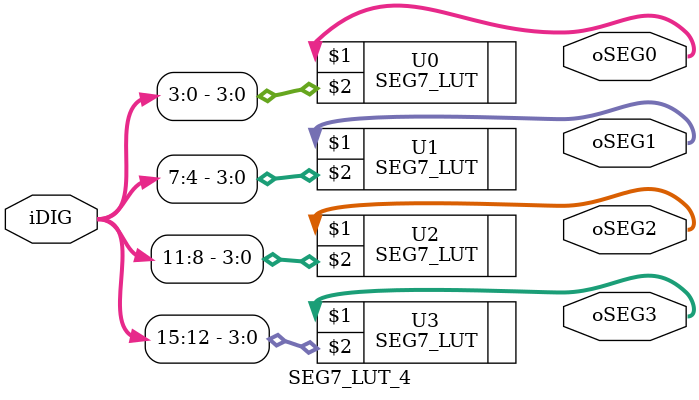
<source format=v>
module SEG7_LUT_4 (oSEG0, oSEG1, oSEG2, oSEG3, iDIG);
	input	[15:0] iDIG;
	output [6:0] oSEG0,oSEG1,oSEG2,oSEG3;

	SEG7_LUT	U0 (oSEG0, iDIG[3:0]);
	SEG7_LUT	U1 (oSEG1, iDIG[7:4]);
	SEG7_LUT	U2 (oSEG2, iDIG[11:8]);
	SEG7_LUT	U3 (oSEG3, iDIG[15:12]);

endmodule

</source>
